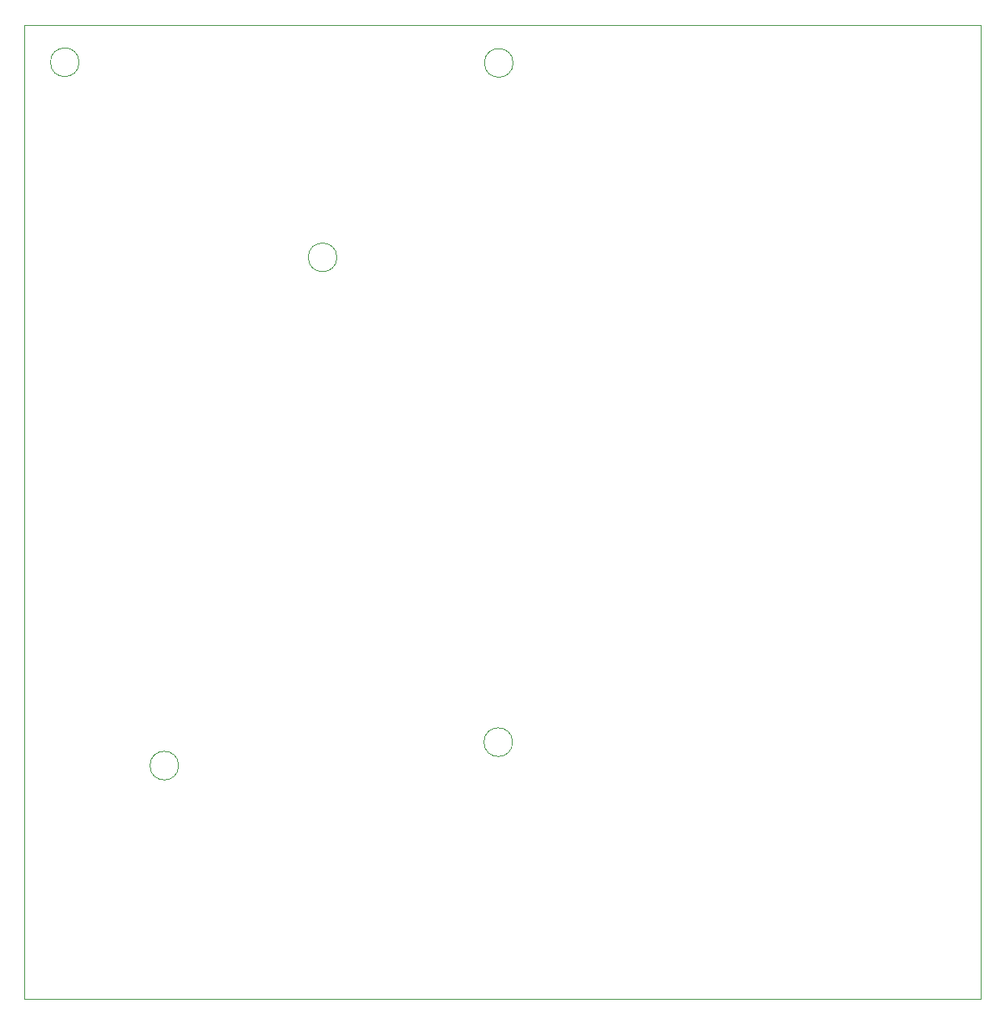
<source format=gbr>
%TF.GenerationSoftware,KiCad,Pcbnew,(6.0.5)*%
%TF.CreationDate,2023-06-16T09:56:31+03:00*%
%TF.ProjectId,JLC1,4a4c4331-2e6b-4696-9361-645f70636258,rev?*%
%TF.SameCoordinates,Original*%
%TF.FileFunction,Profile,NP*%
%FSLAX46Y46*%
G04 Gerber Fmt 4.6, Leading zero omitted, Abs format (unit mm)*
G04 Created by KiCad (PCBNEW (6.0.5)) date 2023-06-16 09:56:31*
%MOMM*%
%LPD*%
G01*
G04 APERTURE LIST*
%TA.AperFunction,Profile*%
%ADD10C,0.100000*%
%TD*%
G04 APERTURE END LIST*
D10*
X74829700Y-30995000D02*
X174979700Y-30995000D01*
X174979700Y-30995000D02*
X174979700Y-132995000D01*
X174979700Y-132995000D02*
X74829700Y-132995000D01*
X74829700Y-132995000D02*
X74829700Y-30995000D01*
X125950000Y-106095000D02*
G75*
G03*
X125950000Y-106095000I-1500000J0D01*
G01*
X80550000Y-34925000D02*
G75*
G03*
X80550000Y-34925000I-1500000J0D01*
G01*
X107550000Y-55350000D02*
G75*
G03*
X107550000Y-55350000I-1500000J0D01*
G01*
X126000000Y-34995000D02*
G75*
G03*
X126000000Y-34995000I-1500000J0D01*
G01*
X90975000Y-108550000D02*
G75*
G03*
X90975000Y-108550000I-1500000J0D01*
G01*
M02*

</source>
